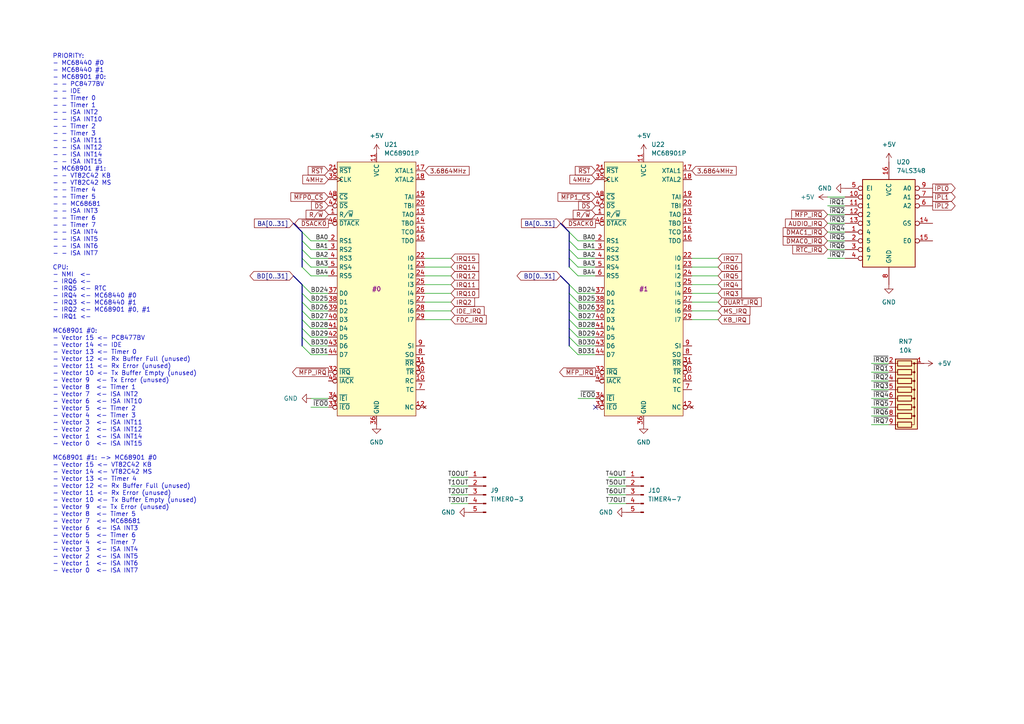
<source format=kicad_sch>
(kicad_sch (version 20231120) (generator "eeschema") (generator_version "8.0")
  (paper "A4")
  (lib_symbols
    (symbol "74xx:74LS348" (pin_names (offset 1.016))
      (property "Reference" "U" (at -7.62 13.97 0))
      (property "Value" "74LS348" (at -7.62 -13.97 0))
      (symbol "74LS348_1_0"
        (pin input inverted (at -12.7 -2.54 0) (length 5.08) (name "4") (number "1"))
        (pin input inverted (at -12.7 7.62 0) (length 5.08) (name "0") (number "10"))
        (pin input inverted (at -12.7 5.08 0) (length 5.08) (name "1") (number "11"))
        (pin input inverted (at -12.7 2.54 0) (length 5.08) (name "2") (number "12"))
        (pin input inverted (at -12.7 0 0) (length 5.08) (name "3") (number "13"))
        (pin output inverted (at 12.7 0 180) (length 5.08) (name "GS") (number "14"))
        (pin output inverted (at 12.7 -5.08 180) (length 5.08) (name "E0") (number "15"))
        (pin power_in line (at 0 17.78 270) (length 5.08) (name "VCC") (number "16"))
        (pin input inverted (at -12.7 -5.08 0) (length 5.08) (name "5") (number "2"))
        (pin input inverted (at -12.7 -7.62 0) (length 5.08) (name "6") (number "3"))
        (pin input inverted (at -12.7 -10.16 0) (length 5.08) (name "7") (number "4"))
        (pin input inverted (at -12.7 10.16 0) (length 5.08) (name "EI") (number "5"))
        (pin tri_state inverted (at 12.7 5.08 180) (length 5.08) (name "A2") (number "6"))
        (pin tri_state inverted (at 12.7 7.62 180) (length 5.08) (name "A1") (number "7"))
        (pin power_in line (at 0 -17.78 90) (length 5.08) (name "GND") (number "8"))
        (pin tri_state inverted (at 12.7 10.16 180) (length 5.08) (name "A0") (number "9"))
      )
      (symbol "74LS348_1_1"
        (rectangle (start -7.62 12.7) (end 7.62 -12.7) (stroke (width 0.254)) (fill (type background)))
      )
    )
    (symbol "Connector:Conn_01x05_Pin" (pin_names (offset 1.016) hide)
      (property "Reference" "J" (at 0 7.62 0))
      (property "Value" "Conn_01x05_Pin" (at 0 -7.62 0))
      (symbol "Conn_01x05_Pin_1_1"
        (polyline (pts (xy 1.27 -5.08) (xy 0.8636 -5.08)) (stroke (width 0.1524)))
        (polyline (pts (xy 1.27 -2.54) (xy 0.8636 -2.54)) (stroke (width 0.1524)))
        (polyline (pts (xy 1.27 0) (xy 0.8636 0)) (stroke (width 0.1524)))
        (polyline (pts (xy 1.27 2.54) (xy 0.8636 2.54)) (stroke (width 0.1524)))
        (polyline (pts (xy 1.27 5.08) (xy 0.8636 5.08)) (stroke (width 0.1524)))
        (rectangle (start 0.8636 -4.953) (end 0 -5.207) (stroke (width 0.1524)) (fill (type outline)))
        (rectangle (start 0.8636 -2.413) (end 0 -2.667) (stroke (width 0.1524)) (fill (type outline)))
        (rectangle (start 0.8636 0.127) (end 0 -0.127) (stroke (width 0.1524)) (fill (type outline)))
        (rectangle (start 0.8636 2.667) (end 0 2.413) (stroke (width 0.1524)) (fill (type outline)))
        (rectangle (start 0.8636 5.207) (end 0 4.953) (stroke (width 0.1524)) (fill (type outline)))
        (pin passive line (at 5.08 5.08 180) (length 3.81) (name "Pin_1") (number "1"))
        (pin passive line (at 5.08 2.54 180) (length 3.81) (name "Pin_2") (number "2"))
        (pin passive line (at 5.08 0 180) (length 3.81) (name "Pin_3") (number "3"))
        (pin passive line (at 5.08 -2.54 180) (length 3.81) (name "Pin_4") (number "4"))
        (pin passive line (at 5.08 -5.08 180) (length 3.81) (name "Pin_5") (number "5"))
      )
    )
    (symbol "Device:R_Network08" (pin_names (offset 0) hide)
      (property "Reference" "RN" (at -12.7 0 90))
      (property "Value" "R_Network08" (at 10.16 0 90))
      (symbol "R_Network08_0_1"
        (rectangle (start -11.43 -3.175) (end 8.89 3.175) (stroke (width 0.254)) (fill (type background)))
        (rectangle (start -10.922 1.524) (end -9.398 -2.54) (stroke (width 0.254)))
        (circle (center -10.16 2.286) (radius 0.254) (fill (type outline)))
        (rectangle (start -8.382 1.524) (end -6.858 -2.54) (stroke (width 0.254)))
        (circle (center -7.62 2.286) (radius 0.254) (fill (type outline)))
        (rectangle (start -5.842 1.524) (end -4.318 -2.54) (stroke (width 0.254)))
        (circle (center -5.08 2.286) (radius 0.254) (fill (type outline)))
        (rectangle (start -3.302 1.524) (end -1.778 -2.54) (stroke (width 0.254)))
        (circle (center -2.54 2.286) (radius 0.254) (fill (type outline)))
        (rectangle (start -0.762 1.524) (end 0.762 -2.54) (stroke (width 0.254)))
        (polyline (pts (xy -10.16 -2.54) (xy -10.16 -3.81)))
        (polyline (pts (xy -7.62 -2.54) (xy -7.62 -3.81)))
        (polyline (pts (xy -5.08 -2.54) (xy -5.08 -3.81)))
        (polyline (pts (xy -2.54 -2.54) (xy -2.54 -3.81)))
        (polyline (pts (xy 0 -2.54) (xy 0 -3.81)))
        (polyline (pts (xy 2.54 -2.54) (xy 2.54 -3.81)))
        (polyline (pts (xy 5.08 -2.54) (xy 5.08 -3.81)))
        (polyline (pts (xy 7.62 -2.54) (xy 7.62 -3.81)))
        (polyline (pts (xy -10.16 1.524) (xy -10.16 2.286) (xy -7.62 2.286) (xy -7.62 1.524)))
        (polyline (pts (xy -7.62 1.524) (xy -7.62 2.286) (xy -5.08 2.286) (xy -5.08 1.524)))
        (polyline (pts (xy -5.08 1.524) (xy -5.08 2.286) (xy -2.54 2.286) (xy -2.54 1.524)))
        (polyline (pts (xy -2.54 1.524) (xy -2.54 2.286) (xy 0 2.286) (xy 0 1.524)))
        (polyline (pts (xy 0 1.524) (xy 0 2.286) (xy 2.54 2.286) (xy 2.54 1.524)))
        (polyline (pts (xy 2.54 1.524) (xy 2.54 2.286) (xy 5.08 2.286) (xy 5.08 1.524)))
        (polyline (pts (xy 5.08 1.524) (xy 5.08 2.286) (xy 7.62 2.286) (xy 7.62 1.524)))
        (circle (center 0 2.286) (radius 0.254) (fill (type outline)))
        (rectangle (start 1.778 1.524) (end 3.302 -2.54) (stroke (width 0.254)))
        (circle (center 2.54 2.286) (radius 0.254) (fill (type outline)))
        (rectangle (start 4.318 1.524) (end 5.842 -2.54) (stroke (width 0.254)))
        (circle (center 5.08 2.286) (radius 0.254) (fill (type outline)))
        (rectangle (start 6.858 1.524) (end 8.382 -2.54) (stroke (width 0.254)))
      )
      (symbol "R_Network08_1_1"
        (pin passive line (at -10.16 5.08 270) (length 2.54) (name "common") (number "1"))
        (pin passive line (at -10.16 -5.08 90) (length 1.27) (name "R1") (number "2"))
        (pin passive line (at -7.62 -5.08 90) (length 1.27) (name "R2") (number "3"))
        (pin passive line (at -5.08 -5.08 90) (length 1.27) (name "R3") (number "4"))
        (pin passive line (at -2.54 -5.08 90) (length 1.27) (name "R4") (number "5"))
        (pin passive line (at 0 -5.08 90) (length 1.27) (name "R5") (number "6"))
        (pin passive line (at 2.54 -5.08 90) (length 1.27) (name "R6") (number "7"))
        (pin passive line (at 5.08 -5.08 90) (length 1.27) (name "R7") (number "8"))
        (pin passive line (at 7.62 -5.08 90) (length 1.27) (name "R8") (number "9"))
      )
    )
    (symbol "m68k-hbc-ic:MC68901P"
      (property "Reference" "U" (at 0 0 0))
      (property "Value" "MC68901P" (at 0 0 0))
      (symbol "MC68901P_0_0"
        (pin input line (at -13.97 21.59 0) (length 2.54) (name "R/~{W}") (number "1"))
        (pin input line (at 13.97 -26.67 180) (length 2.54) (name "RC") (number "10"))
        (pin input line (at 0 39.37 270) (length 2.54) (name "VCC") (number "11"))
        (pin no_connect inverted (at 13.97 -34.29 180) (length 2.54) (name "NC") (number "12"))
        (pin output line (at 13.97 21.59 180) (length 2.54) (name "TAO") (number "13"))
        (pin output line (at 13.97 19.05 180) (length 2.54) (name "TBO") (number "14"))
        (pin output line (at 13.97 16.51 180) (length 2.54) (name "TCO") (number "15"))
        (pin output line (at 13.97 13.97 180) (length 2.54) (name "TDO") (number "16"))
        (pin input line (at 13.97 34.29 180) (length 2.54) (name "XTAL1") (number "17"))
        (pin output line (at 13.97 31.75 180) (length 2.54) (name "XTAL2") (number "18"))
        (pin input line (at 13.97 26.67 180) (length 2.54) (name "TAI") (number "19"))
        (pin input line (at -13.97 13.97 0) (length 2.54) (name "RS1") (number "2"))
        (pin input line (at 13.97 24.13 180) (length 2.54) (name "TBI") (number "20"))
        (pin input inverted (at -13.97 34.29 0) (length 2.54) (name "~{RST}") (number "21"))
        (pin bidirectional line (at 13.97 8.89 180) (length 2.54) (name "I0") (number "22"))
        (pin bidirectional line (at 13.97 6.35 180) (length 2.54) (name "I1") (number "23"))
        (pin bidirectional line (at 13.97 3.81 180) (length 2.54) (name "I2") (number "24"))
        (pin bidirectional line (at 13.97 1.27 180) (length 2.54) (name "I3") (number "25"))
        (pin bidirectional line (at 13.97 -1.27 180) (length 2.54) (name "I4") (number "26"))
        (pin bidirectional line (at 13.97 -3.81 180) (length 2.54) (name "I5") (number "27"))
        (pin bidirectional line (at 13.97 -6.35 180) (length 2.54) (name "I6") (number "28"))
        (pin bidirectional line (at 13.97 -8.89 180) (length 2.54) (name "I7") (number "29"))
        (pin input line (at -13.97 11.43 0) (length 2.54) (name "RS2") (number "3"))
        (pin output inverted (at 13.97 -24.13 180) (length 2.54) (name "~{TR}") (number "30"))
        (pin output inverted (at 13.97 -21.59 180) (length 2.54) (name "~{RR}") (number "31"))
        (pin output inverted (at -13.97 -24.13 0) (length 2.54) (name "~{IRQ}") (number "32"))
        (pin output inverted (at -13.97 -34.29 0) (length 2.54) (name "~{IEO}") (number "33"))
        (pin input inverted (at -13.97 -31.75 0) (length 2.54) (name "~{IEI}") (number "34"))
        (pin input clock (at -13.97 31.75 0) (length 2.54) (name "CLK") (number "35"))
        (pin bidirectional line (at -13.97 -1.27 0) (length 2.54) (name "D0") (number "37"))
        (pin bidirectional line (at -13.97 -3.81 0) (length 2.54) (name "D1") (number "38"))
        (pin bidirectional line (at -13.97 -6.35 0) (length 2.54) (name "D2") (number "39"))
        (pin input line (at -13.97 8.89 0) (length 2.54) (name "RS3") (number "4"))
        (pin bidirectional line (at -13.97 -8.89 0) (length 2.54) (name "D3") (number "40"))
        (pin bidirectional line (at -13.97 -11.43 0) (length 2.54) (name "D4") (number "41"))
        (pin bidirectional line (at -13.97 -13.97 0) (length 2.54) (name "D5") (number "42"))
        (pin bidirectional line (at -13.97 -16.51 0) (length 2.54) (name "D6") (number "43"))
        (pin bidirectional line (at -13.97 -19.05 0) (length 2.54) (name "D7") (number "44"))
        (pin input inverted (at -13.97 -26.67 0) (length 2.54) (name "~{IACK}") (number "45"))
        (pin output inverted (at -13.97 19.05 0) (length 2.54) (name "~{DTACK}") (number "46"))
        (pin input inverted (at -13.97 24.13 0) (length 2.54) (name "~{DS}") (number "47"))
        (pin input inverted (at -13.97 26.67 0) (length 2.54) (name "~{CS}") (number "48"))
        (pin input line (at -13.97 6.35 0) (length 2.54) (name "RS4") (number "5"))
        (pin input line (at -13.97 3.81 0) (length 2.54) (name "RS5") (number "6"))
        (pin input line (at 13.97 -29.21 180) (length 2.54) (name "TC") (number "7"))
        (pin output line (at 13.97 -19.05 180) (length 2.54) (name "SO") (number "8"))
        (pin input line (at 13.97 -16.51 180) (length 2.54) (name "SI") (number "9"))
      )
      (symbol "MC68901P_1_0"
        (pin power_in line (at 0 -39.37 90) (length 2.54) (name "GND") (number "36"))
      )
      (symbol "MC68901P_1_1"
        (rectangle (start -11.43 36.83) (end 11.43 -36.83) (fill (type background)))
      )
    )
    (symbol "power:+5V" (power) (pin_names (offset 0))
      (property "Value" "+5V" (at 0 3.556 0))
      (symbol "+5V_0_1"
        (polyline (pts (xy -0.762 1.27) (xy 0 2.54)))
        (polyline (pts (xy 0 0) (xy 0 2.54)))
        (polyline (pts (xy 0 2.54) (xy 0.762 1.27)))
      )
      (symbol "+5V_1_1"
        (pin power_in line (at 0 0 90) (length 0) hide (name "+5V") (number "1"))
      )
    )
    (symbol "power:GND" (power) (pin_names (offset 0))
      (property "Value" "GND" (at 0 -3.81 0))
      (symbol "GND_0_1"
        (polyline (pts (xy 0 0) (xy 0 -1.27) (xy 1.27 -1.27) (xy 0 -2.54) (xy -1.27 -1.27) (xy 0 -1.27)))
      )
      (symbol "GND_1_1"
        (pin power_in line (at 0 0 270) (length 0) hide (name "GND") (number "1"))
      )
    )
  )
  (no_connect (at 172.72 118.11))
  (bus_entry (at 167.64 92.71) (size -2.54 -2.54))
  (bus_entry (at 90.17 80.01) (size -2.54 -2.54))
  (bus_entry (at 167.64 100.33) (size -2.54 -2.54))
  (bus_entry (at 167.64 97.79) (size -2.54 -2.54))
  (bus_entry (at 90.17 92.71) (size -2.54 -2.54))
  (bus_entry (at 90.17 97.79) (size -2.54 -2.54))
  (bus_entry (at 90.17 72.39) (size -2.54 -2.54))
  (bus_entry (at 167.64 69.85) (size -2.54 -2.54))
  (bus_entry (at 90.17 77.47) (size -2.54 -2.54))
  (bus_entry (at 90.17 87.63) (size -2.54 -2.54))
  (bus_entry (at 167.64 77.47) (size -2.54 -2.54))
  (bus_entry (at 90.17 74.93) (size -2.54 -2.54))
  (bus_entry (at 167.64 80.01) (size -2.54 -2.54))
  (bus_entry (at 167.64 102.87) (size -2.54 -2.54))
  (bus_entry (at 90.17 95.25) (size -2.54 -2.54))
  (bus_entry (at 90.17 85.09) (size -2.54 -2.54))
  (bus_entry (at 167.64 90.17) (size -2.54 -2.54))
  (bus_entry (at 167.64 74.93) (size -2.54 -2.54))
  (bus_entry (at 167.64 87.63) (size -2.54 -2.54))
  (bus_entry (at 90.17 69.85) (size -2.54 -2.54))
  (bus_entry (at 90.17 100.33) (size -2.54 -2.54))
  (bus_entry (at 167.64 95.25) (size -2.54 -2.54))
  (bus_entry (at 167.64 85.09) (size -2.54 -2.54))
  (bus_entry (at 90.17 102.87) (size -2.54 -2.54))
  (bus_entry (at 167.64 72.39) (size -2.54 -2.54))
  (bus_entry (at 90.17 90.17) (size -2.54 -2.54))
  (wire (pts (xy 130.81 74.93) (xy 123.19 74.93)))
  (wire (pts (xy 130.81 85.09) (xy 123.19 85.09)))
  (wire (pts (xy 130.81 143.51) (xy 135.89 143.51)))
  (bus (pts (xy 87.63 100.33) (xy 87.63 97.79)))
  (wire (pts (xy 90.17 100.33) (xy 95.25 100.33)))
  (wire (pts (xy 90.17 74.93) (xy 95.25 74.93)))
  (wire (pts (xy 252.73 120.65) (xy 257.81 120.65)))
  (bus (pts (xy 87.63 95.25) (xy 87.63 92.71)))
  (wire (pts (xy 240.03 59.69) (xy 245.11 59.69)))
  (wire (pts (xy 167.64 87.63) (xy 172.72 87.63)))
  (wire (pts (xy 90.17 85.09) (xy 95.25 85.09)))
  (wire (pts (xy 252.73 113.03) (xy 257.81 113.03)))
  (wire (pts (xy 130.81 80.01) (xy 123.19 80.01)))
  (wire (pts (xy 167.64 85.09) (xy 172.72 85.09)))
  (wire (pts (xy 208.28 74.93) (xy 200.66 74.93)))
  (wire (pts (xy 252.73 107.95) (xy 257.81 107.95)))
  (wire (pts (xy 167.64 69.85) (xy 172.72 69.85)))
  (wire (pts (xy 176.53 146.05) (xy 181.61 146.05)))
  (bus (pts (xy 165.1 90.17) (xy 165.1 87.63)))
  (bus (pts (xy 87.63 92.71) (xy 87.63 90.17)))
  (wire (pts (xy 167.64 102.87) (xy 172.72 102.87)))
  (wire (pts (xy 208.28 82.55) (xy 200.66 82.55)))
  (wire (pts (xy 208.28 92.71) (xy 200.66 92.71)))
  (wire (pts (xy 167.64 72.39) (xy 172.72 72.39)))
  (wire (pts (xy 167.64 90.17) (xy 172.72 90.17)))
  (wire (pts (xy 130.81 77.47) (xy 123.19 77.47)))
  (wire (pts (xy 240.03 57.15) (xy 245.11 57.15)))
  (wire (pts (xy 90.17 97.79) (xy 95.25 97.79)))
  (wire (pts (xy 90.17 77.47) (xy 95.25 77.47)))
  (wire (pts (xy 90.17 90.17) (xy 95.25 90.17)))
  (bus (pts (xy 87.63 87.63) (xy 87.63 85.09)))
  (wire (pts (xy 240.03 72.39) (xy 245.11 72.39)))
  (bus (pts (xy 87.63 67.31) (xy 85.09 64.77)))
  (wire (pts (xy 252.73 115.57) (xy 257.81 115.57)))
  (bus (pts (xy 87.63 69.85) (xy 87.63 67.31)))
  (bus (pts (xy 165.1 85.09) (xy 165.1 82.55)))
  (bus (pts (xy 165.1 82.55) (xy 162.56 80.01)))
  (bus (pts (xy 165.1 95.25) (xy 165.1 92.71)))
  (wire (pts (xy 90.17 92.71) (xy 95.25 92.71)))
  (wire (pts (xy 130.81 146.05) (xy 135.89 146.05)))
  (wire (pts (xy 90.17 102.87) (xy 95.25 102.87)))
  (wire (pts (xy 240.03 74.93) (xy 245.11 74.93)))
  (bus (pts (xy 165.1 92.71) (xy 165.1 90.17)))
  (wire (pts (xy 130.81 82.55) (xy 123.19 82.55)))
  (wire (pts (xy 252.73 123.19) (xy 257.81 123.19)))
  (bus (pts (xy 87.63 85.09) (xy 87.63 82.55)))
  (bus (pts (xy 87.63 97.79) (xy 87.63 95.25)))
  (wire (pts (xy 167.64 100.33) (xy 172.72 100.33)))
  (bus (pts (xy 87.63 90.17) (xy 87.63 87.63)))
  (wire (pts (xy 167.64 74.93) (xy 172.72 74.93)))
  (wire (pts (xy 240.03 69.85) (xy 245.11 69.85)))
  (wire (pts (xy 208.28 80.01) (xy 200.66 80.01)))
  (bus (pts (xy 87.63 82.55) (xy 85.09 80.01)))
  (wire (pts (xy 167.64 97.79) (xy 172.72 97.79)))
  (wire (pts (xy 90.17 69.85) (xy 95.25 69.85)))
  (bus (pts (xy 165.1 74.93) (xy 165.1 72.39)))
  (wire (pts (xy 90.17 80.01) (xy 95.25 80.01)))
  (wire (pts (xy 90.17 115.57) (xy 95.25 115.57)))
  (wire (pts (xy 130.81 138.43) (xy 135.89 138.43)))
  (wire (pts (xy 167.64 80.01) (xy 172.72 80.01)))
  (wire (pts (xy 240.03 62.23) (xy 245.11 62.23)))
  (wire (pts (xy 208.28 85.09) (xy 200.66 85.09)))
  (wire (pts (xy 130.81 90.17) (xy 123.19 90.17)))
  (wire (pts (xy 240.03 67.31) (xy 245.11 67.31)))
  (wire (pts (xy 167.64 92.71) (xy 172.72 92.71)))
  (bus (pts (xy 87.63 77.47) (xy 87.63 74.93)))
  (wire (pts (xy 252.73 118.11) (xy 257.81 118.11)))
  (wire (pts (xy 90.17 72.39) (xy 95.25 72.39)))
  (wire (pts (xy 90.17 118.11) (xy 95.25 118.11)))
  (wire (pts (xy 130.81 92.71) (xy 123.19 92.71)))
  (bus (pts (xy 165.1 69.85) (xy 165.1 67.31)))
  (wire (pts (xy 167.64 77.47) (xy 172.72 77.47)))
  (bus (pts (xy 165.1 97.79) (xy 165.1 95.25)))
  (bus (pts (xy 165.1 87.63) (xy 165.1 85.09)))
  (wire (pts (xy 90.17 95.25) (xy 95.25 95.25)))
  (wire (pts (xy 167.64 95.25) (xy 172.72 95.25)))
  (wire (pts (xy 252.73 105.41) (xy 257.81 105.41)))
  (wire (pts (xy 252.73 110.49) (xy 257.81 110.49)))
  (wire (pts (xy 90.17 87.63) (xy 95.25 87.63)))
  (wire (pts (xy 130.81 87.63) (xy 123.19 87.63)))
  (bus (pts (xy 87.63 72.39) (xy 87.63 69.85)))
  (wire (pts (xy 167.64 115.57) (xy 172.72 115.57)))
  (wire (pts (xy 208.28 77.47) (xy 200.66 77.47)))
  (bus (pts (xy 165.1 67.31) (xy 162.56 64.77)))
  (wire (pts (xy 176.53 140.97) (xy 181.61 140.97)))
  (bus (pts (xy 165.1 77.47) (xy 165.1 74.93)))
  (wire (pts (xy 130.81 140.97) (xy 135.89 140.97)))
  (wire (pts (xy 176.53 138.43) (xy 181.61 138.43)))
  (wire (pts (xy 208.28 90.17) (xy 200.66 90.17)))
  (bus (pts (xy 87.63 74.93) (xy 87.63 72.39)))
  (wire (pts (xy 240.03 64.77) (xy 245.11 64.77)))
  (wire (pts (xy 176.53 143.51) (xy 181.61 143.51)))
  (bus (pts (xy 165.1 100.33) (xy 165.1 97.79)))
  (wire (pts (xy 208.28 87.63) (xy 200.66 87.63)))
  (bus (pts (xy 165.1 72.39) (xy 165.1 69.85)))
  (text "PRIORITY:\n- MC68440 #0\n- MC68440 #1\n- MC68901 #0:\n- - PC8477BV\n- - IDE\n- - Timer 0\n- - Timer 1\n- - ISA INT2\n- - ISA INT10\n- - Timer 2\n- - Timer 3\n- - ISA INT11\n- - ISA INT12\n- - ISA INT14\n- - ISA INT15\n- MC68901 #1:\n- - VT82C42 KB\n- - VT82C42 MS\n- - Timer 4\n- - Timer 5\n- - MC68681\n- - ISA INT3\n- - Timer 6\n- - Timer 7\n- - ISA INT4\n- - ISA INT5\n- - ISA INT6\n- - ISA INT7\n\nCPU:\n- NMI  <- \n- IRQ6 <-\n- IRQ5 <- RTC \n- IRQ4 <- MC68440 #0\n- IRQ3 <- MC68440 #1\n- IRQ2 <- MC68901 #0, #1\n- IRQ1 <-\n\nMC68901 #0:\n- Vector 15 <- PC8477BV\n- Vector 14 <- IDE\n- Vector 13 <- Timer 0\n- Vector 12 <- Rx Buffer Full (unused)\n- Vector 11 <- Rx Error (unused)\n- Vector 10 <- Tx Buffer Empty (unused)\n- Vector 9  <- Tx Error (unused)\n- Vector 8  <- Timer 1\n- Vector 7  <- ISA INT2\n- Vector 6  <- ISA INT10\n- Vector 5  <- Timer 2\n- Vector 4  <- Timer 3\n- Vector 3  <- ISA INT11\n- Vector 2  <- ISA INT12\n- Vector 1  <- ISA INT14\n- Vector 0  <- ISA INT15\n\nMC68901 #1: -> MC68901 #0\n- Vector 15 <- VT82C42 KB\n- Vector 14 <- VT82C42 MS\n- Vector 13 <- Timer 4\n- Vector 12 <- Rx Buffer Full (unused)\n- Vector 11 <- Rx Error (unused)\n- Vector 10 <- Tx Buffer Empty (unused)\n- Vector 9  <- Tx Error (unused)\n- Vector 8  <- Timer 5\n- Vector 7  <- MC68681\n- Vector 6  <- ISA INT3\n- Vector 5  <- Timer 6\n- Vector 4  <- Timer 7\n- Vector 3  <- ISA INT4\n- Vector 2  <- ISA INT5\n- Vector 1  <- ISA INT6\n- Vector 0  <- ISA INT7\n" (at 15.24 166.37 0) (effects (font (size 1.27 1.27)) (justify left bottom)))
  (label "~{IRQ1}" (at 245.11 59.69 180))
  (label "BD28" (at 172.72 95.25 180))
  (label "~{IRQ3}" (at 245.11 64.77 180))
  (label "BD26" (at 95.25 90.17 180))
  (label "BD25" (at 172.72 87.63 180))
  (label "T5OUT" (at 181.61 140.97 180))
  (label "T3OUT" (at 135.89 146.05 180))
  (label "BD26" (at 172.72 90.17 180))
  (label "T2OUT" (at 135.89 143.51 180))
  (label "~{IRQ7}" (at 257.81 123.19 180))
  (label "~{IEO0}" (at 95.25 118.11 180))
  (label "~{IRQ6}" (at 257.81 120.65 180))
  (label "BD29" (at 172.72 97.79 180))
  (label "T6OUT" (at 181.61 143.51 180))
  (label "BD25" (at 95.25 87.63 180))
  (label "BA3" (at 95.25 77.47 180))
  (label "~{IRQ2}" (at 245.11 62.23 180))
  (label "BD27" (at 95.25 92.71 180))
  (label "BD30" (at 95.25 100.33 180))
  (label "BD29" (at 95.25 97.79 180))
  (label "BD31" (at 95.25 102.87 180))
  (label "BD30" (at 172.72 100.33 180))
  (label "BD31" (at 172.72 102.87 180))
  (label "~{IRQ3}" (at 257.81 113.03 180))
  (label "~{IRQ6}" (at 245.11 72.39 180))
  (label "BA0" (at 172.72 69.85 180))
  (label "BD28" (at 95.25 95.25 180))
  (label "BA1" (at 95.25 72.39 180))
  (label "BA2" (at 172.72 74.93 180))
  (label "~{IRQ4}" (at 245.11 67.31 180))
  (label "BA4" (at 95.25 80.01 180))
  (label "~{IRQ2}" (at 257.81 110.49 180))
  (label "BD27" (at 172.72 92.71 180))
  (label "~{IRQ1}" (at 257.81 107.95 180))
  (label "~{IRQ5}" (at 245.11 69.85 180))
  (label "BA1" (at 172.72 72.39 180))
  (label "T0OUT" (at 135.89 138.43 180))
  (label "BA0" (at 95.25 69.85 180))
  (label "~{IRQ5}" (at 257.81 118.11 180))
  (label "BD24" (at 172.72 85.09 180))
  (label "~{IRQ7}" (at 245.11 74.93 180))
  (label "BA4" (at 172.72 80.01 180))
  (label "T1OUT" (at 135.89 140.97 180))
  (label "~{IEO0}" (at 172.72 115.57 180))
  (label "BA2" (at 95.25 74.93 180))
  (label "BA3" (at 172.72 77.47 180))
  (label "T7OUT" (at 181.61 146.05 180))
  (label "~{IRQ0}" (at 257.81 105.41 180))
  (label "~{IRQ4}" (at 257.81 115.57 180))
  (label "T4OUT" (at 181.61 138.43 180))
  (label "BD24" (at 95.25 85.09 180))
  (global_label "IRQ15" (shape input) (at 130.81 74.93 0) (property "Intersheetrefs" "${INTERSHEET_REFS}" (effects (hide yes))))
  (global_label "IRQ14" (shape input) (at 130.81 77.47 0) (property "Intersheetrefs" "${INTERSHEET_REFS}" (effects (hide yes))))
  (global_label "~{RST}" (shape input) (at 172.72 49.53 180) (property "Intersheetrefs" "${INTERSHEET_REFS}" (effects (hide yes))))
  (global_label "3.6864MHz" (shape input) (at 123.19 49.53 0) (property "Intersheetrefs" "${INTERSHEET_REFS}" (effects (hide yes))))
  (global_label "IRQ2" (shape input) (at 130.81 87.63 0) (property "Intersheetrefs" "${INTERSHEET_REFS}" (effects (hide yes))))
  (global_label "BA[0..31]" (shape input) (at 85.09 64.77 180) (property "Intersheetrefs" "${INTERSHEET_REFS}" (effects (hide yes))))
  (global_label "IRQ11" (shape input) (at 130.81 82.55 0) (property "Intersheetrefs" "${INTERSHEET_REFS}" (effects (hide yes))))
  (global_label "MS_IRQ" (shape input) (at 208.28 90.17 0) (property "Intersheetrefs" "${INTERSHEET_REFS}" (effects (hide yes))))
  (global_label "~{MFP_IRQ}" (shape output) (at 172.72 107.95 180) (property "Intersheetrefs" "${INTERSHEET_REFS}" (effects (hide yes))))
  (global_label "~{IPL0}" (shape output) (at 270.51 54.61 0) (property "Intersheetrefs" "${INTERSHEET_REFS}" (effects (hide yes))))
  (global_label "R{slash}~{W}" (shape input) (at 95.25 62.23 180) (property "Intersheetrefs" "${INTERSHEET_REFS}" (effects (hide yes))))
  (global_label "IRQ10" (shape input) (at 130.81 85.09 0) (property "Intersheetrefs" "${INTERSHEET_REFS}" (effects (hide yes))))
  (global_label "BD[0..31]" (shape bidirectional) (at 85.09 80.01 180) (property "Intersheetrefs" "${INTERSHEET_REFS}" (effects (hide yes))))
  (global_label "~{DUART_IRQ}" (shape input) (at 208.28 87.63 0) (property "Intersheetrefs" "${INTERSHEET_REFS}" (effects (hide yes))))
  (global_label "~{IPL1}" (shape output) (at 270.51 57.15 0) (property "Intersheetrefs" "${INTERSHEET_REFS}" (effects (hide yes))))
  (global_label "~{RST}" (shape input) (at 95.25 49.53 180) (property "Intersheetrefs" "${INTERSHEET_REFS}" (effects (hide yes))))
  (global_label "~{MFP_IRQ}" (shape output) (at 95.25 107.95 180) (property "Intersheetrefs" "${INTERSHEET_REFS}" (effects (hide yes))))
  (global_label "R{slash}~{W}" (shape input) (at 172.72 62.23 180) (property "Intersheetrefs" "${INTERSHEET_REFS}" (effects (hide yes))))
  (global_label "IRQ7" (shape input) (at 208.28 74.93 0) (property "Intersheetrefs" "${INTERSHEET_REFS}" (effects (hide yes))))
  (global_label "~{MFP0_CS}" (shape input) (at 95.25 57.15 180) (property "Intersheetrefs" "${INTERSHEET_REFS}" (effects (hide yes))))
  (global_label "4MHz" (shape input) (at 95.25 52.07 180) (property "Intersheetrefs" "${INTERSHEET_REFS}" (effects (hide yes))))
  (global_label "~{RTC_IRQ}" (shape input) (at 240.03 72.39 180) (property "Intersheetrefs" "${INTERSHEET_REFS}" (effects (hide yes))))
  (global_label "IDE_IRQ" (shape input) (at 130.81 90.17 0) (property "Intersheetrefs" "${INTERSHEET_REFS}" (effects (hide yes))))
  (global_label "KB_IRQ" (shape input) (at 208.28 92.71 0) (property "Intersheetrefs" "${INTERSHEET_REFS}" (effects (hide yes))))
  (global_label "IRQ4" (shape input) (at 208.28 82.55 0) (property "Intersheetrefs" "${INTERSHEET_REFS}" (effects (hide yes))))
  (global_label "~{MFP1_CS}" (shape input) (at 172.72 57.15 180) (property "Intersheetrefs" "${INTERSHEET_REFS}" (effects (hide yes))))
  (global_label "~{DS}" (shape input) (at 172.72 59.69 180) (property "Intersheetrefs" "${INTERSHEET_REFS}" (effects (hide yes))))
  (global_label "~{IPL2}" (shape output) (at 270.51 59.69 0) (property "Intersheetrefs" "${INTERSHEET_REFS}" (effects (hide yes))))
  (global_label "IRQ12" (shape input) (at 130.81 80.01 0) (property "Intersheetrefs" "${INTERSHEET_REFS}" (effects (hide yes))))
  (global_label "~{DS}" (shape input) (at 95.25 59.69 180) (property "Intersheetrefs" "${INTERSHEET_REFS}" (effects (hide yes))))
  (global_label "4MHz" (shape input) (at 172.72 52.07 180) (property "Intersheetrefs" "${INTERSHEET_REFS}" (effects (hide yes))))
  (global_label "AUDIO_IRQ" (shape input) (at 240.03 64.77 180) (property "Intersheetrefs" "${INTERSHEET_REFS}" (effects (hide yes))))
  (global_label "~{DSACK0}" (shape output) (at 172.72 64.77 180) (property "Intersheetrefs" "${INTERSHEET_REFS}" (effects (hide yes))))
  (global_label "~{DMAC1_IRQ}" (shape input) (at 240.03 67.31 180) (property "Intersheetrefs" "${INTERSHEET_REFS}" (effects (hide yes))))
  (global_label "BD[0..31]" (shape bidirectional) (at 162.56 80.01 180) (property "Intersheetrefs" "${INTERSHEET_REFS}" (effects (hide yes))))
  (global_label "~{DSACK0}" (shape output) (at 95.25 64.77 180) (property "Intersheetrefs" "${INTERSHEET_REFS}" (effects (hide yes))))
  (global_label "FDC_IRQ" (shape input) (at 130.81 92.71 0) (property "Intersheetrefs" "${INTERSHEET_REFS}" (effects (hide yes))))
  (global_label "3.6864MHz" (shape input) (at 200.66 49.53 0) (property "Intersheetrefs" "${INTERSHEET_REFS}" (effects (hide yes))))
  (global_label "BA[0..31]" (shape input) (at 162.56 64.77 180) (property "Intersheetrefs" "${INTERSHEET_REFS}" (effects (hide yes))))
  (global_label "IRQ6" (shape input) (at 208.28 77.47 0) (property "Intersheetrefs" "${INTERSHEET_REFS}" (effects (hide yes))))
  (global_label "~{MFP_IRQ}" (shape input) (at 240.03 62.23 180) (property "Intersheetrefs" "${INTERSHEET_REFS}" (effects (hide yes))))
  (global_label "IRQ3" (shape input) (at 208.28 85.09 0) (property "Intersheetrefs" "${INTERSHEET_REFS}" (effects (hide yes))))
  (global_label "IRQ5" (shape input) (at 208.28 80.01 0) (property "Intersheetrefs" "${INTERSHEET_REFS}" (effects (hide yes))))
  (global_label "~{DMAC0_IRQ}" (shape input) (at 240.03 69.85 180) (property "Intersheetrefs" "${INTERSHEET_REFS}" (effects (hide yes))))
  (symbol (lib_id "power:GND") (at 245.11 54.61 270) (unit 1)
    (property "Reference" "#PWR0114" (effects (hide yes)))
    (property "Value" "GND" (at 241.3 54.61 90) (effects (justify right)))
  )
  (symbol (lib_id "Connector:Conn_01x05_Pin") (at 186.69 143.51 0) (mirror y) (unit 1)
    (property "Reference" "J10" (at 187.96 142.24 0) (effects (justify right)))
    (property "Value" "TIMER4-7" (at 187.96 144.78 0) (effects (justify right)))
    (property "Footprint" "Connector_PinHeader_2.54mm:PinHeader_1x05_P2.54mm_Vertical" (effects (hide yes)))
  )
  (symbol (lib_id "power:GND") (at 135.89 148.59 270) (unit 1)
    (property "Reference" "#PWR0121" (effects (hide yes)))
    (property "Value" "GND" (at 132.08 148.59 90) (effects (justify right)))
  )
  (symbol (lib_id "m68k-hbc-ic:MC68901P") (at 109.22 83.82 0) (unit 1)
    (property "Reference" "U21" (at 111.4141 41.91 0) (effects (justify left)))
    (property "Value" "MC68901P" (at 111.4141 44.45 0) (effects (justify left)))
    (property "Footprint" "Package_DIP:DIP-48_W15.24mm_Socket" (effects (hide yes)))
    (property "Datasheet" "https://www.nxp.com/docs/en/reference-manual/MC68901UM.pdf" (effects (hide yes)))
    (property "ID" "#0" (at 109.22 83.82 0))
  )
  (symbol (lib_id "power:GND") (at 186.69 123.19 0) (unit 1)
    (property "Reference" "#PWR0120" (effects (hide yes)))
    (property "Value" "GND" (at 186.69 128.27 0))
  )
  (symbol (lib_id "power:+5V") (at 257.81 46.99 0) (unit 1)
    (property "Reference" "#PWR0113" (effects (hide yes)))
    (property "Value" "+5V" (at 257.81 41.91 0))
  )
  (symbol (lib_id "power:GND") (at 90.17 115.57 270) (unit 1)
    (property "Reference" "#PWR0118" (effects (hide yes)))
    (property "Value" "GND" (at 86.36 115.57 90) (effects (justify right)))
  )
  (symbol (lib_id "power:+5V") (at 240.03 57.15 90) (unit 1)
    (property "Reference" "#PWR0115" (effects (hide yes)))
    (property "Value" "+5V" (at 236.22 57.15 90) (effects (justify left)))
  )
  (symbol (lib_id "power:+5V") (at 186.69 44.45 0) (unit 1)
    (property "Reference" "#PWR0112" (effects (hide yes)))
    (property "Value" "+5V" (at 186.69 39.37 0))
  )
  (symbol (lib_id "power:GND") (at 109.22 123.19 0) (unit 1)
    (property "Reference" "#PWR0119" (effects (hide yes)))
    (property "Value" "GND" (at 109.22 128.27 0))
  )
  (symbol (lib_id "m68k-hbc-ic:MC68901P") (at 186.69 83.82 0) (unit 1)
    (property "Reference" "U22" (at 188.8841 41.91 0) (effects (justify left)))
    (property "Value" "MC68901P" (at 188.8841 44.45 0) (effects (justify left)))
    (property "Footprint" "Package_DIP:DIP-48_W15.24mm_Socket" (effects (hide yes)))
    (property "Datasheet" "https://www.nxp.com/docs/en/reference-manual/MC68901UM.pdf" (effects (hide yes)))
    (property "ID" "#1" (at 186.69 83.82 0))
  )
  (symbol (lib_id "power:+5V") (at 109.22 44.45 0) (unit 1)
    (property "Reference" "#PWR0111" (effects (hide yes)))
    (property "Value" "+5V" (at 109.22 39.37 0))
  )
  (symbol (lib_id "74xx:74LS348") (at 257.81 64.77 0) (unit 1)
    (property "Reference" "U20" (at 260.0041 46.99 0) (effects (justify left)))
    (property "Value" "74LS348" (at 260.0041 49.53 0) (effects (justify left)))
    (property "Footprint" "Package_DIP:DIP-16_W7.62mm_Socket" (effects (hide yes)))
    (property "Datasheet" "http://www.ti.com/lit/gpn/sn74LS348" (effects (hide yes)))
  )
  (symbol (lib_id "power:GND") (at 181.61 148.59 270) (unit 1)
    (property "Reference" "#PWR0122" (effects (hide yes)))
    (property "Value" "GND" (at 177.8 148.59 90) (effects (justify right)))
  )
  (symbol (lib_id "Device:R_Network08") (at 262.89 115.57 270) (unit 1)
    (property "Reference" "RN7" (at 262.636 99.06 90))
    (property "Value" "10k" (at 262.636 101.6 90))
    (property "Footprint" "Resistor_THT:R_Array_SIP9" (effects (hide yes)))
    (property "Datasheet" "http://www.vishay.com/docs/31509/csc.pdf" (effects (hide yes)))
  )
  (symbol (lib_id "power:+5V") (at 267.97 105.41 270) (mirror x) (unit 1)
    (property "Reference" "#PWR0117" (effects (hide yes)))
    (property "Value" "+5V" (at 271.78 105.41 90) (effects (justify left)))
  )
  (symbol (lib_id "power:GND") (at 257.81 82.55 0) (unit 1)
    (property "Reference" "#PWR0116" (effects (hide yes)))
    (property "Value" "GND" (at 257.81 87.63 0))
  )
  (symbol (lib_id "Connector:Conn_01x05_Pin") (at 140.97 143.51 0) (mirror y) (unit 1)
    (property "Reference" "J9" (at 142.24 142.24 0) (effects (justify right)))
    (property "Value" "TIMER0-3" (at 142.24 144.78 0) (effects (justify right)))
    (property "Footprint" "Connector_PinHeader_2.54mm:PinHeader_1x05_P2.54mm_Vertical" (effects (hide yes)))
  )
)
</source>
